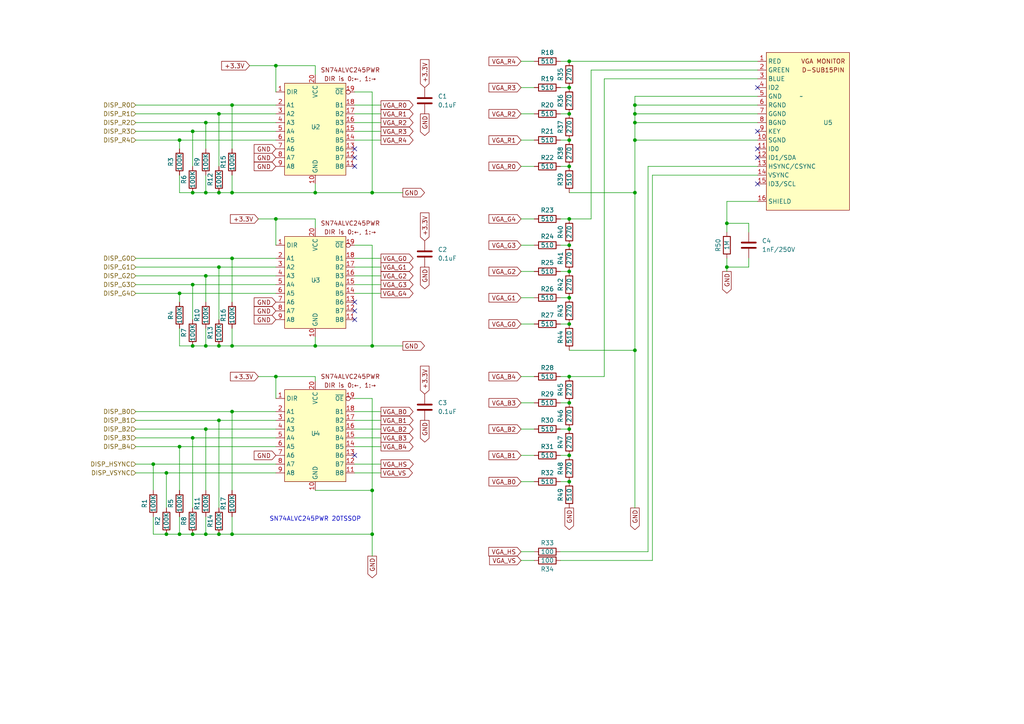
<source format=kicad_sch>
(kicad_sch (version 20250114) (generator "eeschema") (generator_version "9.0")
  (paper "A4")
  (lib_symbols
    (symbol "Device:C" (pin_numbers (hide yes)) (pin_names (offset 0.254))
      (property "Reference" "C" (at 0.635 2.54 0))
      (property "Value" "C" (at 0.635 -2.54 0))
      (symbol "C_0_1"
        (polyline (pts (xy -2.032 0.762) (xy 2.032 0.762)) (stroke (width 0.508)))
        (polyline (pts (xy -2.032 -0.762) (xy 2.032 -0.762)) (stroke (width 0.508)))
      )
      (symbol "C_1_1"
        (pin passive line (at 0 3.81 270) (length 2.794) (name "~") (number "1"))
        (pin passive line (at 0 -3.81 90) (length 2.794) (name "~") (number "2"))
      )
    )
    (symbol "Device:R" (pin_numbers (hide yes)) (pin_names (offset 0))
      (property "Reference" "R" (at 2.032 0 90))
      (property "Value" "R" (at 0 0 90))
      (symbol "R_0_1"
        (rectangle (start -1.016 -2.54) (end 1.016 2.54) (stroke (width 0.254)))
      )
      (symbol "R_1_1"
        (pin passive line (at 0 3.81 270) (length 1.27) (name "~") (number "1"))
        (pin passive line (at 0 -3.81 90) (length 1.27) (name "~") (number "2"))
      )
    )
    (symbol "My_Symbols:SN74ALVC245PWR"
      (property "Reference" "U" (at 0 0 0))
      (symbol "SN74ALVC245PWR_1_1"
        (rectangle (start -8.89 12.7) (end 8.89 -13.97) (fill (type background)))
        (text "SN74ALVC245PWR" (at 10.16 16.51 0) (effects (font (size 1.27 1.27))))
        (text "DIR is 0:←, 1:→" (at 10.16 13.97 0) (effects (font (size 1.27 1.27))))
        (pin input line (at -11.43 10.16 0) (length 2.54) (name "DIR") (number "1"))
        (pin bidirectional line (at -11.43 6.35 0) (length 2.54) (name "A1") (number "2"))
        (pin bidirectional line (at -11.43 3.81 0) (length 2.54) (name "A2") (number "3"))
        (pin bidirectional line (at -11.43 1.27 0) (length 2.54) (name "A3") (number "4"))
        (pin bidirectional line (at -11.43 -1.27 0) (length 2.54) (name "A4") (number "5"))
        (pin bidirectional line (at -11.43 -3.81 0) (length 2.54) (name "A5") (number "6"))
        (pin bidirectional line (at -11.43 -6.35 0) (length 2.54) (name "A6") (number "7"))
        (pin bidirectional line (at -11.43 -8.89 0) (length 2.54) (name "A7") (number "8"))
        (pin bidirectional line (at -11.43 -11.43 0) (length 2.54) (name "A8") (number "9"))
        (pin power_in line (at 0 15.24 270) (length 2.54) (name "VCC") (number "20"))
        (pin power_in line (at 0 -16.51 90) (length 2.54) (name "GND") (number "10"))
        (pin input inverted (at 11.43 10.16 180) (length 2.54) (name "~{OE}") (number "19"))
        (pin bidirectional line (at 11.43 6.35 180) (length 2.54) (name "B1") (number "18"))
        (pin bidirectional line (at 11.43 3.81 180) (length 2.54) (name "B2") (number "17"))
        (pin bidirectional line (at 11.43 1.27 180) (length 2.54) (name "B3") (number "16"))
        (pin bidirectional line (at 11.43 -1.27 180) (length 2.54) (name "B4") (number "15"))
        (pin bidirectional line (at 11.43 -3.81 180) (length 2.54) (name "B5") (number "14"))
        (pin bidirectional line (at 11.43 -6.35 180) (length 2.54) (name "B6") (number "13"))
        (pin bidirectional line (at 11.43 -8.89 180) (length 2.54) (name "B7") (number "12"))
        (pin bidirectional line (at 11.43 -11.43 180) (length 2.54) (name "B8") (number "11"))
      )
    )
    (symbol "My_Symbols:VGA_Connector"
      (property "Reference" "U" (at 0 0 0))
      (symbol "VGA_Connector_1_1"
        (rectangle (start -12.7 20.32) (end 11.43 -25.4) (fill (type background)))
        (text "VGA MONITOR" (at 3.81 17.78 0) (effects (font (size 1.27 1.27))))
        (text "D-SUB15PIN" (at 3.81 15.24 0) (effects (font (size 1.27 1.27))))
        (pin input line (at -15.24 17.78 0) (length 2.54) (name "RED") (number "1"))
        (pin input line (at -15.24 15.24 0) (length 2.54) (name "GREEN") (number "2"))
        (pin input line (at -15.24 12.7 0) (length 2.54) (name "BLUE") (number "3"))
        (pin input line (at -15.24 10.16 0) (length 2.54) (name "ID2") (number "4"))
        (pin input line (at -15.24 7.62 0) (length 2.54) (name "GND") (number "5"))
        (pin input line (at -15.24 5.08 0) (length 2.54) (name "RGND") (number "6"))
        (pin input line (at -15.24 2.54 0) (length 2.54) (name "GGND") (number "7"))
        (pin input line (at -15.24 0 0) (length 2.54) (name "BGND") (number "8"))
        (pin input line (at -15.24 -2.54 0) (length 2.54) (name "KEY") (number "9"))
        (pin input line (at -15.24 -5.08 0) (length 2.54) (name "SGND") (number "10"))
        (pin input line (at -15.24 -7.62 0) (length 2.54) (name "ID0") (number "11"))
        (pin input line (at -15.24 -10.16 0) (length 2.54) (name "ID1/SDA") (number "12"))
        (pin input line (at -15.24 -12.7 0) (length 2.54) (name "HSYNC/CSYNC") (number "13"))
        (pin input line (at -15.24 -15.24 0) (length 2.54) (name "VSYNC") (number "14"))
        (pin input line (at -15.24 -17.78 0) (length 2.54) (name "ID3/SCL") (number "15"))
        (pin input line (at -15.24 -22.86 0) (length 2.54) (name "SHIELD") (number "16"))
      )
    )
  )
  (text "SN74ALVC245PWR 20TSSOP" (at 91.44 150.622 0) (effects (font (size 1.27 1.27))))
  (junction (at 80.01 19.05))
  (junction (at 184.15 35.56))
  (junction (at 184.15 55.88))
  (junction (at 210.82 77.47))
  (junction (at 165.1 63.5))
  (junction (at 165.1 40.64))
  (junction (at 63.5 33.02))
  (junction (at 52.07 40.64))
  (junction (at 165.1 78.74))
  (junction (at 184.15 101.6))
  (junction (at 165.1 33.02))
  (junction (at 165.1 139.7))
  (junction (at 210.82 64.77))
  (junction (at 91.44 100.33))
  (junction (at 52.07 129.54))
  (junction (at 67.31 74.93))
  (junction (at 165.1 17.78))
  (junction (at 165.1 124.46))
  (junction (at 55.88 55.88))
  (junction (at 59.69 35.56))
  (junction (at 55.88 38.1))
  (junction (at 52.07 85.09))
  (junction (at 63.5 77.47))
  (junction (at 165.1 25.4))
  (junction (at 107.95 100.33))
  (junction (at 59.69 100.33))
  (junction (at 55.88 100.33))
  (junction (at 165.1 93.98))
  (junction (at 48.26 137.16))
  (junction (at 184.15 40.64))
  (junction (at 184.15 33.02))
  (junction (at 63.5 100.33))
  (junction (at 48.26 154.94))
  (junction (at 107.95 142.24))
  (junction (at 59.69 55.88))
  (junction (at 107.95 55.88))
  (junction (at 67.31 154.94))
  (junction (at 80.01 109.22))
  (junction (at 67.31 55.88))
  (junction (at 165.1 109.22))
  (junction (at 52.07 154.94))
  (junction (at 80.01 63.5))
  (junction (at 184.15 30.48))
  (junction (at 165.1 48.26))
  (junction (at 55.88 154.94))
  (junction (at 165.1 132.08))
  (junction (at 67.31 119.38))
  (junction (at 107.95 154.94))
  (junction (at 63.5 55.88))
  (junction (at 67.31 100.33))
  (junction (at 59.69 124.46))
  (junction (at 59.69 80.01))
  (junction (at 67.31 30.48))
  (junction (at 55.88 127))
  (junction (at 63.5 121.92))
  (junction (at 63.5 154.94))
  (junction (at 44.45 134.62))
  (junction (at 59.69 154.94))
  (junction (at 165.1 71.12))
  (junction (at 165.1 116.84))
  (junction (at 91.44 55.88))
  (junction (at 55.88 82.55))
  (junction (at 165.1 86.36))
  (no_connect (at 102.87 43.18))
  (no_connect (at 219.71 25.4))
  (no_connect (at 102.87 132.08))
  (no_connect (at 219.71 45.72))
  (no_connect (at 102.87 45.72))
  (no_connect (at 219.71 43.18))
  (no_connect (at 102.87 48.26))
  (no_connect (at 102.87 90.17))
  (no_connect (at 102.87 87.63))
  (no_connect (at 219.71 38.1))
  (no_connect (at 219.71 53.34))
  (no_connect (at 102.87 92.71))
  (wire (pts (xy 110.49 77.47) (xy 102.87 77.47)))
  (wire (pts (xy 151.13 132.08) (xy 154.94 132.08)))
  (wire (pts (xy 162.56 86.36) (xy 165.1 86.36)))
  (wire (pts (xy 162.56 116.84) (xy 165.1 116.84)))
  (wire (pts (xy 67.31 154.94) (xy 107.95 154.94)))
  (wire (pts (xy 39.37 80.01) (xy 59.69 80.01)))
  (wire (pts (xy 63.5 33.02) (xy 80.01 33.02)))
  (wire (pts (xy 80.01 19.05) (xy 72.39 19.05)))
  (wire (pts (xy 107.95 71.12) (xy 107.95 100.33)))
  (wire (pts (xy 107.95 26.67) (xy 107.95 55.88)))
  (wire (pts (xy 59.69 35.56) (xy 59.69 43.18)))
  (wire (pts (xy 102.87 115.57) (xy 107.95 115.57)))
  (wire (pts (xy 219.71 58.42) (xy 210.82 58.42)))
  (wire (pts (xy 151.13 139.7) (xy 154.94 139.7)))
  (wire (pts (xy 67.31 119.38) (xy 80.01 119.38)))
  (wire (pts (xy 162.56 162.56) (xy 189.23 162.56)))
  (wire (pts (xy 39.37 121.92) (xy 63.5 121.92)))
  (wire (pts (xy 48.26 137.16) (xy 48.26 147.32)))
  (wire (pts (xy 151.13 40.64) (xy 154.94 40.64)))
  (wire (pts (xy 162.56 48.26) (xy 165.1 48.26)))
  (wire (pts (xy 48.26 154.94) (xy 52.07 154.94)))
  (wire (pts (xy 219.71 27.94) (xy 184.15 27.94)))
  (wire (pts (xy 110.49 38.1) (xy 102.87 38.1)))
  (wire (pts (xy 63.5 77.47) (xy 80.01 77.47)))
  (wire (pts (xy 162.56 25.4) (xy 165.1 25.4)))
  (wire (pts (xy 107.95 142.24) (xy 107.95 154.94)))
  (wire (pts (xy 55.88 127) (xy 55.88 147.32)))
  (wire (pts (xy 39.37 35.56) (xy 59.69 35.56)))
  (wire (pts (xy 55.88 82.55) (xy 80.01 82.55)))
  (wire (pts (xy 217.17 64.77) (xy 217.17 67.31)))
  (wire (pts (xy 44.45 149.86) (xy 44.45 154.94)))
  (wire (pts (xy 184.15 33.02) (xy 184.15 35.56)))
  (wire (pts (xy 59.69 154.94) (xy 63.5 154.94)))
  (wire (pts (xy 110.49 85.09) (xy 102.87 85.09)))
  (wire (pts (xy 151.13 17.78) (xy 154.94 17.78)))
  (wire (pts (xy 67.31 149.86) (xy 67.31 154.94)))
  (wire (pts (xy 91.44 109.22) (xy 91.44 110.49)))
  (wire (pts (xy 187.96 48.26) (xy 219.71 48.26)))
  (wire (pts (xy 59.69 35.56) (xy 80.01 35.56)))
  (wire (pts (xy 151.13 93.98) (xy 154.94 93.98)))
  (wire (pts (xy 110.49 33.02) (xy 102.87 33.02)))
  (wire (pts (xy 39.37 77.47) (xy 63.5 77.47)))
  (wire (pts (xy 67.31 30.48) (xy 67.31 43.18)))
  (wire (pts (xy 52.07 95.25) (xy 52.07 100.33)))
  (wire (pts (xy 67.31 74.93) (xy 80.01 74.93)))
  (wire (pts (xy 162.56 33.02) (xy 165.1 33.02)))
  (wire (pts (xy 171.45 20.32) (xy 171.45 63.5)))
  (wire (pts (xy 219.71 20.32) (xy 171.45 20.32)))
  (wire (pts (xy 59.69 124.46) (xy 59.69 142.24)))
  (wire (pts (xy 110.49 35.56) (xy 102.87 35.56)))
  (wire (pts (xy 151.13 124.46) (xy 154.94 124.46)))
  (wire (pts (xy 91.44 100.33) (xy 107.95 100.33)))
  (wire (pts (xy 80.01 137.16) (xy 48.26 137.16)))
  (wire (pts (xy 107.95 100.33) (xy 116.84 100.33)))
  (wire (pts (xy 165.1 101.6) (xy 184.15 101.6)))
  (wire (pts (xy 162.56 93.98) (xy 165.1 93.98)))
  (wire (pts (xy 110.49 129.54) (xy 102.87 129.54)))
  (wire (pts (xy 39.37 38.1) (xy 55.88 38.1)))
  (wire (pts (xy 165.1 55.88) (xy 184.15 55.88)))
  (wire (pts (xy 52.07 149.86) (xy 52.07 154.94)))
  (wire (pts (xy 110.49 30.48) (xy 102.87 30.48)))
  (wire (pts (xy 67.31 119.38) (xy 67.31 142.24)))
  (wire (pts (xy 55.88 38.1) (xy 55.88 48.26)))
  (wire (pts (xy 165.1 17.78) (xy 219.71 17.78)))
  (wire (pts (xy 80.01 63.5) (xy 74.93 63.5)))
  (wire (pts (xy 217.17 77.47) (xy 210.82 77.47)))
  (wire (pts (xy 52.07 100.33) (xy 55.88 100.33)))
  (wire (pts (xy 110.49 137.16) (xy 102.87 137.16)))
  (wire (pts (xy 63.5 121.92) (xy 80.01 121.92)))
  (wire (pts (xy 63.5 121.92) (xy 63.5 147.32)))
  (wire (pts (xy 151.13 33.02) (xy 154.94 33.02)))
  (wire (pts (xy 59.69 50.8) (xy 59.69 55.88)))
  (wire (pts (xy 107.95 115.57) (xy 107.95 142.24)))
  (wire (pts (xy 162.56 132.08) (xy 165.1 132.08)))
  (wire (pts (xy 210.82 64.77) (xy 217.17 64.77)))
  (wire (pts (xy 52.07 50.8) (xy 52.07 55.88)))
  (wire (pts (xy 162.56 63.5) (xy 165.1 63.5)))
  (wire (pts (xy 39.37 129.54) (xy 52.07 129.54)))
  (wire (pts (xy 59.69 95.25) (xy 59.69 100.33)))
  (wire (pts (xy 162.56 124.46) (xy 165.1 124.46)))
  (wire (pts (xy 91.44 19.05) (xy 80.01 19.05)))
  (wire (pts (xy 184.15 55.88) (xy 184.15 101.6)))
  (wire (pts (xy 91.44 97.79) (xy 91.44 100.33)))
  (wire (pts (xy 67.31 30.48) (xy 80.01 30.48)))
  (wire (pts (xy 171.45 63.5) (xy 165.1 63.5)))
  (wire (pts (xy 39.37 119.38) (xy 67.31 119.38)))
  (wire (pts (xy 110.49 127) (xy 102.87 127)))
  (wire (pts (xy 59.69 154.94) (xy 55.88 154.94)))
  (wire (pts (xy 151.13 48.26) (xy 154.94 48.26)))
  (wire (pts (xy 91.44 53.34) (xy 91.44 55.88)))
  (wire (pts (xy 67.31 100.33) (xy 91.44 100.33)))
  (wire (pts (xy 110.49 40.64) (xy 102.87 40.64)))
  (wire (pts (xy 189.23 50.8) (xy 219.71 50.8)))
  (wire (pts (xy 107.95 55.88) (xy 116.84 55.88)))
  (wire (pts (xy 80.01 109.22) (xy 91.44 109.22)))
  (wire (pts (xy 59.69 55.88) (xy 55.88 55.88)))
  (wire (pts (xy 63.5 55.88) (xy 67.31 55.88)))
  (wire (pts (xy 151.13 63.5) (xy 154.94 63.5)))
  (wire (pts (xy 151.13 160.02) (xy 154.94 160.02)))
  (wire (pts (xy 210.82 64.77) (xy 210.82 67.31)))
  (wire (pts (xy 63.5 154.94) (xy 67.31 154.94)))
  (wire (pts (xy 59.69 100.33) (xy 63.5 100.33)))
  (wire (pts (xy 102.87 71.12) (xy 107.95 71.12)))
  (wire (pts (xy 39.37 82.55) (xy 55.88 82.55)))
  (wire (pts (xy 55.88 82.55) (xy 55.88 92.71)))
  (wire (pts (xy 80.01 134.62) (xy 44.45 134.62)))
  (wire (pts (xy 91.44 55.88) (xy 107.95 55.88)))
  (wire (pts (xy 52.07 129.54) (xy 80.01 129.54)))
  (wire (pts (xy 162.56 109.22) (xy 165.1 109.22)))
  (wire (pts (xy 80.01 63.5) (xy 80.01 71.12)))
  (wire (pts (xy 59.69 100.33) (xy 55.88 100.33)))
  (wire (pts (xy 210.82 58.42) (xy 210.82 64.77)))
  (wire (pts (xy 219.71 22.86) (xy 175.26 22.86)))
  (wire (pts (xy 39.37 74.93) (xy 67.31 74.93)))
  (wire (pts (xy 175.26 109.22) (xy 165.1 109.22)))
  (wire (pts (xy 151.13 109.22) (xy 154.94 109.22)))
  (wire (pts (xy 210.82 77.47) (xy 210.82 74.93)))
  (wire (pts (xy 184.15 30.48) (xy 184.15 33.02)))
  (wire (pts (xy 80.01 109.22) (xy 80.01 115.57)))
  (wire (pts (xy 63.5 33.02) (xy 63.5 48.26)))
  (wire (pts (xy 217.17 74.93) (xy 217.17 77.47)))
  (wire (pts (xy 52.07 40.64) (xy 80.01 40.64)))
  (wire (pts (xy 63.5 77.47) (xy 63.5 92.71)))
  (wire (pts (xy 184.15 40.64) (xy 184.15 55.88)))
  (wire (pts (xy 52.07 154.94) (xy 55.88 154.94)))
  (wire (pts (xy 39.37 33.02) (xy 63.5 33.02)))
  (wire (pts (xy 52.07 85.09) (xy 80.01 85.09)))
  (wire (pts (xy 151.13 71.12) (xy 154.94 71.12)))
  (wire (pts (xy 162.56 71.12) (xy 165.1 71.12)))
  (wire (pts (xy 59.69 80.01) (xy 80.01 80.01)))
  (wire (pts (xy 110.49 119.38) (xy 102.87 119.38)))
  (wire (pts (xy 175.26 22.86) (xy 175.26 109.22)))
  (wire (pts (xy 110.49 74.93) (xy 102.87 74.93)))
  (wire (pts (xy 39.37 30.48) (xy 67.31 30.48)))
  (wire (pts (xy 102.87 26.67) (xy 107.95 26.67)))
  (wire (pts (xy 110.49 80.01) (xy 102.87 80.01)))
  (wire (pts (xy 52.07 40.64) (xy 52.07 43.18)))
  (wire (pts (xy 187.96 160.02) (xy 187.96 48.26)))
  (wire (pts (xy 162.56 160.02) (xy 187.96 160.02)))
  (wire (pts (xy 184.15 30.48) (xy 219.71 30.48)))
  (wire (pts (xy 67.31 50.8) (xy 67.31 55.88)))
  (wire (pts (xy 63.5 100.33) (xy 67.31 100.33)))
  (wire (pts (xy 55.88 38.1) (xy 80.01 38.1)))
  (wire (pts (xy 151.13 78.74) (xy 154.94 78.74)))
  (wire (pts (xy 39.37 137.16) (xy 48.26 137.16)))
  (wire (pts (xy 55.88 127) (xy 80.01 127)))
  (wire (pts (xy 39.37 40.64) (xy 52.07 40.64)))
  (wire (pts (xy 151.13 162.56) (xy 154.94 162.56)))
  (wire (pts (xy 110.49 134.62) (xy 102.87 134.62)))
  (wire (pts (xy 39.37 127) (xy 55.88 127)))
  (wire (pts (xy 162.56 139.7) (xy 165.1 139.7)))
  (wire (pts (xy 110.49 121.92) (xy 102.87 121.92)))
  (wire (pts (xy 184.15 35.56) (xy 219.71 35.56)))
  (wire (pts (xy 44.45 154.94) (xy 48.26 154.94)))
  (wire (pts (xy 80.01 19.05) (xy 80.01 26.67)))
  (wire (pts (xy 67.31 55.88) (xy 91.44 55.88)))
  (wire (pts (xy 162.56 17.78) (xy 165.1 17.78)))
  (wire (pts (xy 67.31 74.93) (xy 67.31 87.63)))
  (wire (pts (xy 52.07 85.09) (xy 52.07 87.63)))
  (wire (pts (xy 110.49 124.46) (xy 102.87 124.46)))
  (wire (pts (xy 91.44 66.04) (xy 91.44 63.5)))
  (wire (pts (xy 59.69 55.88) (xy 63.5 55.88)))
  (wire (pts (xy 184.15 35.56) (xy 184.15 40.64)))
  (wire (pts (xy 184.15 101.6) (xy 184.15 147.32)))
  (wire (pts (xy 107.95 154.94) (xy 107.95 161.29)))
  (wire (pts (xy 162.56 78.74) (xy 165.1 78.74)))
  (wire (pts (xy 67.31 95.25) (xy 67.31 100.33)))
  (wire (pts (xy 52.07 55.88) (xy 55.88 55.88)))
  (wire (pts (xy 91.44 63.5) (xy 80.01 63.5)))
  (wire (pts (xy 151.13 86.36) (xy 154.94 86.36)))
  (wire (pts (xy 59.69 80.01) (xy 59.69 87.63)))
  (wire (pts (xy 184.15 40.64) (xy 219.71 40.64)))
  (wire (pts (xy 151.13 25.4) (xy 154.94 25.4)))
  (wire (pts (xy 39.37 124.46) (xy 59.69 124.46)))
  (wire (pts (xy 44.45 134.62) (xy 44.45 142.24)))
  (wire (pts (xy 189.23 162.56) (xy 189.23 50.8)))
  (wire (pts (xy 151.13 116.84) (xy 154.94 116.84)))
  (wire (pts (xy 52.07 129.54) (xy 52.07 142.24)))
  (wire (pts (xy 184.15 27.94) (xy 184.15 30.48)))
  (wire (pts (xy 59.69 124.46) (xy 80.01 124.46)))
  (wire (pts (xy 162.56 40.64) (xy 165.1 40.64)))
  (wire (pts (xy 184.15 33.02) (xy 219.71 33.02)))
  (wire (pts (xy 91.44 21.59) (xy 91.44 19.05)))
  (wire (pts (xy 74.93 109.22) (xy 80.01 109.22)))
  (wire (pts (xy 39.37 134.62) (xy 44.45 134.62)))
  (wire (pts (xy 39.37 85.09) (xy 52.07 85.09)))
  (wire (pts (xy 110.49 82.55) (xy 102.87 82.55)))
  (wire (pts (xy 210.82 78.74) (xy 210.82 77.47)))
  (wire (pts (xy 91.44 142.24) (xy 107.95 142.24)))
  (wire (pts (xy 59.69 149.86) (xy 59.69 154.94)))
  (global_label "VGA_B4" (shape input) (at 151.13 109.22 180) (property "Intersheetrefs" "${INTERSHEET_REFS}" (effects (hide yes))))
  (global_label "VGA_G2" (shape input) (at 151.13 78.74 180) (property "Intersheetrefs" "${INTERSHEET_REFS}" (effects (hide yes))))
  (global_label "VGA_R2" (shape output) (at 110.49 35.56 0) (property "Intersheetrefs" "${INTERSHEET_REFS}" (effects (hide yes))))
  (global_label "VGA_G2" (shape output) (at 110.49 80.01 0) (property "Intersheetrefs" "${INTERSHEET_REFS}" (effects (hide yes))))
  (global_label "GND" (shape output) (at 184.15 147.32 270) (property "Intersheetrefs" "${INTERSHEET_REFS}" (effects (hide yes))))
  (global_label "VGA_B2" (shape output) (at 110.49 124.46 0) (property "Intersheetrefs" "${INTERSHEET_REFS}" (effects (hide yes))))
  (global_label "GND" (shape output) (at 165.1 147.32 270) (property "Intersheetrefs" "${INTERSHEET_REFS}" (effects (hide yes))))
  (global_label "GND" (shape input) (at 80.01 87.63 180) (property "Intersheetrefs" "${INTERSHEET_REFS}" (effects (hide yes))))
  (global_label "GND" (shape input) (at 80.01 90.17 180) (property "Intersheetrefs" "${INTERSHEET_REFS}" (effects (hide yes))))
  (global_label "VGA_G3" (shape output) (at 110.49 82.55 0) (property "Intersheetrefs" "${INTERSHEET_REFS}" (effects (hide yes))))
  (global_label "VGA_R2" (shape input) (at 151.13 33.02 180) (property "Intersheetrefs" "${INTERSHEET_REFS}" (effects (hide yes))))
  (global_label "+3.3V" (shape input) (at 72.39 19.05 180) (property "Intersheetrefs" "${INTERSHEET_REFS}" (effects (hide yes))))
  (global_label "VGA_B4" (shape output) (at 110.49 129.54 0) (property "Intersheetrefs" "${INTERSHEET_REFS}" (effects (hide yes))))
  (global_label "VGA_R1" (shape input) (at 151.13 40.64 180) (property "Intersheetrefs" "${INTERSHEET_REFS}" (effects (hide yes))))
  (global_label "GND" (shape output) (at 116.84 55.88 0) (property "Intersheetrefs" "${INTERSHEET_REFS}" (effects (hide yes))))
  (global_label "VGA_B0" (shape output) (at 110.49 119.38 0) (property "Intersheetrefs" "${INTERSHEET_REFS}" (effects (hide yes))))
  (global_label "GND" (shape output) (at 107.95 161.29 270) (property "Intersheetrefs" "${INTERSHEET_REFS}" (effects (hide yes))))
  (global_label "+3.3V" (shape input) (at 123.19 114.3 90) (property "Intersheetrefs" "${INTERSHEET_REFS}" (effects (hide yes))))
  (global_label "+3.3V" (shape input) (at 74.93 109.22 180) (property "Intersheetrefs" "${INTERSHEET_REFS}" (effects (hide yes))))
  (global_label "VGA_R0" (shape input) (at 151.13 48.26 180) (property "Intersheetrefs" "${INTERSHEET_REFS}" (effects (hide yes))))
  (global_label "GND" (shape input) (at 80.01 48.26 180) (property "Intersheetrefs" "${INTERSHEET_REFS}" (effects (hide yes))))
  (global_label "VGA_B2" (shape input) (at 151.13 124.46 180) (property "Intersheetrefs" "${INTERSHEET_REFS}" (effects (hide yes))))
  (global_label "VGA_VS" (shape output) (at 110.49 137.16 0) (property "Intersheetrefs" "${INTERSHEET_REFS}" (effects (hide yes))))
  (global_label "VGA_R4" (shape output) (at 110.49 40.64 0) (property "Intersheetrefs" "${INTERSHEET_REFS}" (effects (hide yes))))
  (global_label "VGA_B3" (shape output) (at 110.49 127 0) (property "Intersheetrefs" "${INTERSHEET_REFS}" (effects (hide yes))))
  (global_label "VGA_G1" (shape output) (at 110.49 77.47 0) (property "Intersheetrefs" "${INTERSHEET_REFS}" (effects (hide yes))))
  (global_label "+3.3V" (shape input) (at 123.19 25.4 90) (property "Intersheetrefs" "${INTERSHEET_REFS}" (effects (hide yes))))
  (global_label "VGA_VS" (shape input) (at 151.13 162.56 180) (property "Intersheetrefs" "${INTERSHEET_REFS}" (effects (hide yes))))
  (global_label "+3.3V" (shape input) (at 74.93 63.5 180) (property "Intersheetrefs" "${INTERSHEET_REFS}" (effects (hide yes))))
  (global_label "VGA_B1" (shape input) (at 151.13 132.08 180) (property "Intersheetrefs" "${INTERSHEET_REFS}" (effects (hide yes))))
  (global_label "VGA_R3" (shape output) (at 110.49 38.1 0) (property "Intersheetrefs" "${INTERSHEET_REFS}" (effects (hide yes))))
  (global_label "VGA_B0" (shape input) (at 151.13 139.7 180) (property "Intersheetrefs" "${INTERSHEET_REFS}" (effects (hide yes))))
  (global_label "VGA_R0" (shape output) (at 110.49 30.48 0) (property "Intersheetrefs" "${INTERSHEET_REFS}" (effects (hide yes))))
  (global_label "VGA_HS" (shape output) (at 110.49 134.62 0) (property "Intersheetrefs" "${INTERSHEET_REFS}" (effects (hide yes))))
  (global_label "VGA_G4" (shape output) (at 110.49 85.09 0) (property "Intersheetrefs" "${INTERSHEET_REFS}" (effects (hide yes))))
  (global_label "GND" (shape input) (at 80.01 132.08 180) (property "Intersheetrefs" "${INTERSHEET_REFS}" (effects (hide yes))))
  (global_label "VGA_G1" (shape input) (at 151.13 86.36 180) (property "Intersheetrefs" "${INTERSHEET_REFS}" (effects (hide yes))))
  (global_label "GND" (shape input) (at 80.01 92.71 180) (property "Intersheetrefs" "${INTERSHEET_REFS}" (effects (hide yes))))
  (global_label "GND" (shape input) (at 80.01 43.18 180) (property "Intersheetrefs" "${INTERSHEET_REFS}" (effects (hide yes))))
  (global_label "VGA_R4" (shape input) (at 151.13 17.78 180) (property "Intersheetrefs" "${INTERSHEET_REFS}" (effects (hide yes))))
  (global_label "VGA_B1" (shape output) (at 110.49 121.92 0) (property "Intersheetrefs" "${INTERSHEET_REFS}" (effects (hide yes))))
  (global_label "GND" (shape output) (at 123.19 33.02 270) (property "Intersheetrefs" "${INTERSHEET_REFS}" (effects (hide yes))))
  (global_label "GND" (shape output) (at 210.82 78.74 270) (property "Intersheetrefs" "${INTERSHEET_REFS}" (effects (hide yes))))
  (global_label "VGA_B3" (shape input) (at 151.13 116.84 180) (property "Intersheetrefs" "${INTERSHEET_REFS}" (effects (hide yes))))
  (global_label "VGA_HS" (shape input) (at 151.13 160.02 180) (property "Intersheetrefs" "${INTERSHEET_REFS}" (effects (hide yes))))
  (global_label "VGA_G0" (shape input) (at 151.13 93.98 180) (property "Intersheetrefs" "${INTERSHEET_REFS}" (effects (hide yes))))
  (global_label "GND" (shape output) (at 123.19 121.92 270) (property "Intersheetrefs" "${INTERSHEET_REFS}" (effects (hide yes))))
  (global_label "VGA_G0" (shape output) (at 110.49 74.93 0) (property "Intersheetrefs" "${INTERSHEET_REFS}" (effects (hide yes))))
  (global_label "VGA_R3" (shape input) (at 151.13 25.4 180) (property "Intersheetrefs" "${INTERSHEET_REFS}" (effects (hide yes))))
  (global_label "VGA_R1" (shape output) (at 110.49 33.02 0) (property "Intersheetrefs" "${INTERSHEET_REFS}" (effects (hide yes))))
  (global_label "VGA_G3" (shape input) (at 151.13 71.12 180) (property "Intersheetrefs" "${INTERSHEET_REFS}" (effects (hide yes))))
  (global_label "GND" (shape input) (at 80.01 45.72 180) (property "Intersheetrefs" "${INTERSHEET_REFS}" (effects (hide yes))))
  (global_label "VGA_G4" (shape input) (at 151.13 63.5 180) (property "Intersheetrefs" "${INTERSHEET_REFS}" (effects (hide yes))))
  (global_label "GND" (shape output) (at 123.19 77.47 270) (property "Intersheetrefs" "${INTERSHEET_REFS}" (effects (hide yes))))
  (global_label "+3.3V" (shape input) (at 123.19 69.85 90) (property "Intersheetrefs" "${INTERSHEET_REFS}" (effects (hide yes))))
  (global_label "GND" (shape output) (at 116.84 100.33 0) (property "Intersheetrefs" "${INTERSHEET_REFS}" (effects (hide yes))))
  (hierarchical_label "DISP_B0" (shape input) (at 39.37 119.38 180))
  (hierarchical_label "DISP_G0" (shape input) (at 39.37 74.93 180))
  (hierarchical_label "DISP_VSYNC" (shape input) (at 39.37 137.16 180))
  (hierarchical_label "DISP_G3" (shape input) (at 39.37 82.55 180))
  (hierarchical_label "DISP_G2" (shape input) (at 39.37 80.01 180))
  (hierarchical_label "DISP_R4" (shape input) (at 39.37 40.64 180))
  (hierarchical_label "DISP_B4" (shape input) (at 39.37 129.54 180))
  (hierarchical_label "DISP_G4" (shape input) (at 39.37 85.09 180))
  (hierarchical_label "DISP_R1" (shape input) (at 39.37 33.02 180))
  (hierarchical_label "DISP_R3" (shape input) (at 39.37 38.1 180))
  (hierarchical_label "DISP_HSYNC" (shape input) (at 39.37 134.62 180))
  (hierarchical_label "DISP_R0" (shape input) (at 39.37 30.48 180))
  (hierarchical_label "DISP_B1" (shape input) (at 39.37 121.92 180))
  (hierarchical_label "DISP_B3" (shape input) (at 39.37 127 180))
  (hierarchical_label "DISP_B2" (shape input) (at 39.37 124.46 180))
  (hierarchical_label "DISP_G1" (shape input) (at 39.37 77.47 180))
  (hierarchical_label "DISP_R2" (shape input) (at 39.37 35.56 180))
  (symbol (lib_id "Device:R") (at 48.26 151.13 180) (unit 1)
    (property "Reference" "R2" (at 45.72 151.13 90))
    (property "Value" "100K" (at 48.26 151.13 90))
    (property "Footprint" "Resistor_SMD:R_0805_2012Metric_Pad1.20x1.40mm_HandSolder" (effects (hide yes)))
  )
  (symbol (lib_id "Device:R") (at 165.1 21.59 180) (unit 1)
    (property "Reference" "R35" (at 162.56 21.59 90))
    (property "Value" "270" (at 165.1 21.59 90))
    (property "Footprint" "Resistor_SMD:R_0805_2012Metric_Pad1.20x1.40mm_HandSolder" (effects (hide yes)))
  )
  (symbol (lib_id "Device:R") (at 165.1 74.93 180) (unit 1)
    (property "Reference" "R41" (at 162.56 74.93 90))
    (property "Value" "270" (at 165.1 74.93 90))
    (property "Footprint" "Resistor_SMD:R_0805_2012Metric_Pad1.20x1.40mm_HandSolder" (effects (hide yes)))
  )
  (symbol (lib_id "Device:R") (at 165.1 143.51 180) (unit 1)
    (property "Reference" "R49" (at 162.56 143.51 90))
    (property "Value" "510" (at 165.1 143.51 90))
    (property "Footprint" "Resistor_SMD:R_0805_2012Metric_Pad1.20x1.40mm_HandSolder" (effects (hide yes)))
  )
  (symbol (lib_id "Device:R") (at 63.5 151.13 180) (unit 1)
    (property "Reference" "R14" (at 60.96 151.13 90))
    (property "Value" "100K" (at 63.5 151.13 90))
    (property "Footprint" "Resistor_SMD:R_0805_2012Metric_Pad1.20x1.40mm_HandSolder" (effects (hide yes)))
  )
  (symbol (lib_id "My_Symbols:SN74ALVC245PWR") (at 91.44 36.83 0) (unit 1)
    (property "Reference" "U2" (at 90.17 36.83 0) (effects (justify left)))
    (property "Value" "~" (at 91.44 36.83 0))
    (property "Footprint" "Package_SO:TSSOP-20_4.4x6.5mm_P0.65mm" (effects (hide yes)))
  )
  (symbol (lib_id "Device:R") (at 52.07 146.05 180) (unit 1)
    (property "Reference" "R5" (at 49.53 146.05 90))
    (property "Value" "100K" (at 52.07 146.05 90))
    (property "Footprint" "Resistor_SMD:R_0805_2012Metric_Pad1.20x1.40mm_HandSolder" (effects (hide yes)))
  )
  (symbol (lib_id "Device:R") (at 158.75 17.78 90) (unit 1)
    (property "Reference" "R18" (at 158.75 15.24 90))
    (property "Value" "510" (at 158.75 17.78 90))
    (property "Footprint" "Resistor_SMD:R_0805_2012Metric_Pad1.20x1.40mm_HandSolder" (effects (hide yes)))
  )
  (symbol (lib_id "Device:R") (at 158.75 93.98 90) (unit 1)
    (property "Reference" "R27" (at 158.75 91.44 90))
    (property "Value" "510" (at 158.75 93.98 90))
    (property "Footprint" "Resistor_SMD:R_0805_2012Metric_Pad1.20x1.40mm_HandSolder" (effects (hide yes)))
  )
  (symbol (lib_id "Device:R") (at 158.75 160.02 90) (unit 1)
    (property "Reference" "R33" (at 158.75 157.48 90))
    (property "Value" "100" (at 158.75 160.02 90))
    (property "Footprint" "Resistor_SMD:R_0805_2012Metric_Pad1.20x1.40mm_HandSolder" (effects (hide yes)))
  )
  (symbol (lib_id "Device:R") (at 158.75 86.36 90) (unit 1)
    (property "Reference" "R26" (at 158.75 83.82 90))
    (property "Value" "510" (at 158.75 86.36 90))
    (property "Footprint" "Resistor_SMD:R_0805_2012Metric_Pad1.20x1.40mm_HandSolder" (effects (hide yes)))
  )
  (symbol (lib_id "Device:R") (at 165.1 67.31 180) (unit 1)
    (property "Reference" "R40" (at 162.56 67.31 90))
    (property "Value" "270" (at 165.1 67.31 90))
    (property "Footprint" "Resistor_SMD:R_0805_2012Metric_Pad1.20x1.40mm_HandSolder" (effects (hide yes)))
  )
  (symbol (lib_id "Device:R") (at 158.75 63.5 90) (unit 1)
    (property "Reference" "R23" (at 158.75 60.96 90))
    (property "Value" "510" (at 158.75 63.5 90))
    (property "Footprint" "Resistor_SMD:R_0805_2012Metric_Pad1.20x1.40mm_HandSolder" (effects (hide yes)))
  )
  (symbol (lib_id "Device:R") (at 44.45 146.05 180) (unit 1)
    (property "Reference" "R1" (at 41.91 146.05 90))
    (property "Value" "100K" (at 44.45 146.05 90))
    (property "Footprint" "Resistor_SMD:R_0805_2012Metric_Pad1.20x1.40mm_HandSolder" (effects (hide yes)))
  )
  (symbol (lib_id "Device:R") (at 165.1 44.45 180) (unit 1)
    (property "Reference" "R38" (at 162.56 44.45 90))
    (property "Value" "270" (at 165.1 44.45 90))
    (property "Footprint" "Resistor_SMD:R_0805_2012Metric_Pad1.20x1.40mm_HandSolder" (effects (hide yes)))
  )
  (symbol (lib_id "Device:R") (at 59.69 91.44 180) (unit 1)
    (property "Reference" "R10" (at 57.15 91.44 90))
    (property "Value" "100K" (at 59.69 91.44 90))
    (property "Footprint" "Resistor_SMD:R_0805_2012Metric_Pad1.20x1.40mm_HandSolder" (effects (hide yes)))
  )
  (symbol (lib_id "Device:R") (at 210.82 71.12 180) (unit 1)
    (property "Reference" "R50" (at 208.28 71.12 90))
    (property "Value" "1M" (at 210.82 71.12 90))
    (property "Footprint" "Resistor_SMD:R_0805_2012Metric_Pad1.20x1.40mm_HandSolder" (effects (hide yes)))
  )
  (symbol (lib_id "Device:R") (at 67.31 91.44 180) (unit 1)
    (property "Reference" "R16" (at 64.77 91.44 90))
    (property "Value" "100K" (at 67.31 91.44 90))
    (property "Footprint" "Resistor_SMD:R_0805_2012Metric_Pad1.20x1.40mm_HandSolder" (effects (hide yes)))
  )
  (symbol (lib_id "My_Symbols:VGA_Connector") (at 234.95 35.56 0) (unit 1)
    (property "Reference" "U5" (at 238.76 35.56 0) (effects (justify left)))
    (property "Value" "~" (at 232.41 27.94 0))
    (property "Footprint" "0-My_Parts:VGA 15pin" (effects (hide yes)))
  )
  (symbol (lib_id "Device:R") (at 67.31 46.99 180) (unit 1)
    (property "Reference" "R15" (at 64.77 46.99 90))
    (property "Value" "100K" (at 67.31 46.99 90))
    (property "Footprint" "Resistor_SMD:R_0805_2012Metric_Pad1.20x1.40mm_HandSolder" (effects (hide yes)))
  )
  (symbol (lib_id "Device:R") (at 165.1 135.89 180) (unit 1)
    (property "Reference" "R48" (at 162.56 135.89 90))
    (property "Value" "270" (at 165.1 135.89 90))
    (property "Footprint" "Resistor_SMD:R_0805_2012Metric_Pad1.20x1.40mm_HandSolder" (effects (hide yes)))
  )
  (symbol (lib_id "Device:R") (at 158.75 33.02 90) (unit 1)
    (property "Reference" "R20" (at 158.75 30.48 90))
    (property "Value" "510" (at 158.75 33.02 90))
    (property "Footprint" "Resistor_SMD:R_0805_2012Metric_Pad1.20x1.40mm_HandSolder" (effects (hide yes)))
  )
  (symbol (lib_id "Device:R") (at 67.31 146.05 180) (unit 1)
    (property "Reference" "R17" (at 64.77 146.05 90))
    (property "Value" "100K" (at 67.31 146.05 90))
    (property "Footprint" "Resistor_SMD:R_0805_2012Metric_Pad1.20x1.40mm_HandSolder" (effects (hide yes)))
  )
  (symbol (lib_id "Device:C") (at 123.19 29.21 0) (unit 1)
    (property "Reference" "C1" (at 127 27.9399 0) (effects (justify left)))
    (property "Value" "0.1uF" (at 127 30.4799 0) (effects (justify left)))
    (property "Footprint" "Capacitor_SMD:C_0805_2012Metric_Pad1.18x1.45mm_HandSolder" (effects (hide yes)))
  )
  (symbol (lib_id "Device:R") (at 55.88 96.52 180) (unit 1)
    (property "Reference" "R7" (at 53.34 96.52 90))
    (property "Value" "100K" (at 55.88 96.52 90))
    (property "Footprint" "Resistor_SMD:R_0805_2012Metric_Pad1.20x1.40mm_HandSolder" (effects (hide yes)))
  )
  (symbol (lib_id "My_Symbols:SN74ALVC245PWR") (at 91.44 81.28 0) (unit 1)
    (property "Reference" "U3" (at 90.17 81.28 0) (effects (justify left)))
    (property "Value" "~" (at 91.44 81.28 0))
    (property "Footprint" "Package_SO:TSSOP-20_4.4x6.5mm_P0.65mm" (effects (hide yes)))
  )
  (symbol (lib_id "Device:C") (at 123.19 73.66 0) (unit 1)
    (property "Reference" "C2" (at 127 72.3899 0) (effects (justify left)))
    (property "Value" "0.1uF" (at 127 74.9299 0) (effects (justify left)))
    (property "Footprint" "Capacitor_SMD:C_0805_2012Metric_Pad1.18x1.45mm_HandSolder" (effects (hide yes)))
  )
  (symbol (lib_id "Device:R") (at 165.1 90.17 180) (unit 1)
    (property "Reference" "R43" (at 162.56 90.17 90))
    (property "Value" "270" (at 165.1 90.17 90))
    (property "Footprint" "Resistor_SMD:R_0805_2012Metric_Pad1.20x1.40mm_HandSolder" (effects (hide yes)))
  )
  (symbol (lib_id "Device:R") (at 52.07 91.44 180) (unit 1)
    (property "Reference" "R4" (at 49.53 91.44 90))
    (property "Value" "100K" (at 52.07 91.44 90))
    (property "Footprint" "Resistor_SMD:R_0805_2012Metric_Pad1.20x1.40mm_HandSolder" (effects (hide yes)))
  )
  (symbol (lib_id "Device:R") (at 165.1 113.03 180) (unit 1)
    (property "Reference" "R45" (at 162.56 113.03 90))
    (property "Value" "270" (at 165.1 113.03 90))
    (property "Footprint" "Resistor_SMD:R_0805_2012Metric_Pad1.20x1.40mm_HandSolder" (effects (hide yes)))
  )
  (symbol (lib_id "Device:R") (at 158.75 25.4 90) (unit 1)
    (property "Reference" "R19" (at 158.75 22.86 90))
    (property "Value" "510" (at 158.75 25.4 90))
    (property "Footprint" "Resistor_SMD:R_0805_2012Metric_Pad1.20x1.40mm_HandSolder" (effects (hide yes)))
  )
  (symbol (lib_id "Device:R") (at 63.5 52.07 180) (unit 1)
    (property "Reference" "R12" (at 60.96 52.07 90))
    (property "Value" "100K" (at 63.5 52.07 90))
    (property "Footprint" "Resistor_SMD:R_0805_2012Metric_Pad1.20x1.40mm_HandSolder" (effects (hide yes)))
  )
  (symbol (lib_id "Device:R") (at 158.75 116.84 90) (unit 1)
    (property "Reference" "R29" (at 158.75 114.3 90))
    (property "Value" "510" (at 158.75 116.84 90))
    (property "Footprint" "Resistor_SMD:R_0805_2012Metric_Pad1.20x1.40mm_HandSolder" (effects (hide yes)))
  )
  (symbol (lib_id "Device:R") (at 158.75 71.12 90) (unit 1)
    (property "Reference" "R24" (at 158.75 68.58 90))
    (property "Value" "510" (at 158.75 71.12 90))
    (property "Footprint" "Resistor_SMD:R_0805_2012Metric_Pad1.20x1.40mm_HandSolder" (effects (hide yes)))
  )
  (symbol (lib_id "Device:R") (at 158.75 124.46 90) (unit 1)
    (property "Reference" "R30" (at 158.75 121.92 90))
    (property "Value" "510" (at 158.75 124.46 90))
    (property "Footprint" "Resistor_SMD:R_0805_2012Metric_Pad1.20x1.40mm_HandSolder" (effects (hide yes)))
  )
  (symbol (lib_id "Device:R") (at 165.1 52.07 180) (unit 1)
    (property "Reference" "R39" (at 162.56 52.07 90))
    (property "Value" "510" (at 165.1 52.07 90))
    (property "Footprint" "Resistor_SMD:R_0805_2012Metric_Pad1.20x1.40mm_HandSolder" (effects (hide yes)))
  )
  (symbol (lib_id "Device:R") (at 165.1 29.21 180) (unit 1)
    (property "Reference" "R36" (at 162.56 29.21 90))
    (property "Value" "270" (at 165.1 29.21 90))
    (property "Footprint" "Resistor_SMD:R_0805_2012Metric_Pad1.20x1.40mm_HandSolder" (effects (hide yes)))
  )
  (symbol (lib_id "Device:R") (at 158.75 109.22 90) (unit 1)
    (property "Reference" "R28" (at 158.75 106.68 90))
    (property "Value" "510" (at 158.75 109.22 90))
    (property "Footprint" "Resistor_SMD:R_0805_2012Metric_Pad1.20x1.40mm_HandSolder" (effects (hide yes)))
  )
  (symbol (lib_id "Device:R") (at 165.1 36.83 180) (unit 1)
    (property "Reference" "R37" (at 162.56 36.83 90))
    (property "Value" "270" (at 165.1 36.83 90))
    (property "Footprint" "Resistor_SMD:R_0805_2012Metric_Pad1.20x1.40mm_HandSolder" (effects (hide yes)))
  )
  (symbol (lib_id "Device:R") (at 59.69 146.05 180) (unit 1)
    (property "Reference" "R11" (at 57.15 146.05 90))
    (property "Value" "100K" (at 59.69 146.05 90))
    (property "Footprint" "Resistor_SMD:R_0805_2012Metric_Pad1.20x1.40mm_HandSolder" (effects (hide yes)))
  )
  (symbol (lib_id "Device:R") (at 52.07 46.99 180) (unit 1)
    (property "Reference" "R3" (at 49.53 46.99 90))
    (property "Value" "100K" (at 52.07 46.99 90))
    (property "Footprint" "Resistor_SMD:R_0805_2012Metric_Pad1.20x1.40mm_HandSolder" (effects (hide yes)))
  )
  (symbol (lib_id "Device:R") (at 165.1 82.55 180) (unit 1)
    (property "Reference" "R42" (at 162.56 82.55 90))
    (property "Value" "270" (at 165.1 82.55 90))
    (property "Footprint" "Resistor_SMD:R_0805_2012Metric_Pad1.20x1.40mm_HandSolder" (effects (hide yes)))
  )
  (symbol (lib_id "Device:R") (at 158.75 78.74 90) (unit 1)
    (property "Reference" "R25" (at 158.75 76.2 90))
    (property "Value" "510" (at 158.75 78.74 90))
    (property "Footprint" "Resistor_SMD:R_0805_2012Metric_Pad1.20x1.40mm_HandSolder" (effects (hide yes)))
  )
  (symbol (lib_id "Device:R") (at 59.69 46.99 180) (unit 1)
    (property "Reference" "R9" (at 57.15 46.99 90))
    (property "Value" "100K" (at 59.69 46.99 90))
    (property "Footprint" "Resistor_SMD:R_0805_2012Metric_Pad1.20x1.40mm_HandSolder" (effects (hide yes)))
  )
  (symbol (lib_id "Device:C") (at 217.17 71.12 0) (unit 1)
    (property "Reference" "C4" (at 220.98 69.85 0) (effects (justify left)))
    (property "Value" "1nF/250V" (at 220.98 72.39 0) (effects (justify left)))
    (property "Footprint" "Capacitor_SMD:C_0805_2012Metric_Pad1.18x1.45mm_HandSolder" (effects (hide yes)))
  )
  (symbol (lib_id "Device:R") (at 158.75 139.7 90) (unit 1)
    (property "Reference" "R32" (at 158.75 137.16 90))
    (property "Value" "510" (at 158.75 139.7 90))
    (property "Footprint" "Resistor_SMD:R_0805_2012Metric_Pad1.20x1.40mm_HandSolder" (effects (hide yes)))
  )
  (symbol (lib_id "Device:R") (at 158.75 162.56 90) (unit 1)
    (property "Reference" "R34" (at 158.75 165.1 90))
    (property "Value" "100" (at 158.75 162.56 90))
    (property "Footprint" "Resistor_SMD:R_0805_2012Metric_Pad1.20x1.40mm_HandSolder" (effects (hide yes)))
  )
  (symbol (lib_id "Device:R") (at 158.75 48.26 90) (unit 1)
    (property "Reference" "R22" (at 158.75 45.72 90))
    (property "Value" "510" (at 158.75 48.26 90))
    (property "Footprint" "Resistor_SMD:R_0805_2012Metric_Pad1.20x1.40mm_HandSolder" (effects (hide yes)))
  )
  (symbol (lib_id "Device:R") (at 63.5 96.52 180) (unit 1)
    (property "Reference" "R13" (at 60.96 96.52 90))
    (property "Value" "100K" (at 63.5 96.52 90))
    (property "Footprint" "Resistor_SMD:R_0805_2012Metric_Pad1.20x1.40mm_HandSolder" (effects (hide yes)))
  )
  (symbol (lib_id "Device:R") (at 55.88 52.07 180) (unit 1)
    (property "Reference" "R6" (at 53.34 52.07 90))
    (property "Value" "100K" (at 55.88 52.07 90))
    (property "Footprint" "Resistor_SMD:R_0805_2012Metric_Pad1.20x1.40mm_HandSolder" (effects (hide yes)))
  )
  (symbol (lib_id "Device:R") (at 165.1 128.27 180) (unit 1)
    (property "Reference" "R47" (at 162.56 128.27 90))
    (property "Value" "270" (at 165.1 128.27 90))
    (property "Footprint" "Resistor_SMD:R_0805_2012Metric_Pad1.20x1.40mm_HandSolder" (effects (hide yes)))
  )
  (symbol (lib_id "Device:R") (at 165.1 120.65 180) (unit 1)
    (property "Reference" "R46" (at 162.56 120.65 90))
    (property "Value" "270" (at 165.1 120.65 90))
    (property "Footprint" "Resistor_SMD:R_0805_2012Metric_Pad1.20x1.40mm_HandSolder" (effects (hide yes)))
  )
  (symbol (lib_id "My_Symbols:SN74ALVC245PWR") (at 91.44 125.73 0) (unit 1)
    (property "Reference" "U4" (at 90.17 125.73 0) (effects (justify left)))
    (property "Value" "~" (at 91.44 125.73 0))
    (property "Footprint" "Package_SO:TSSOP-20_4.4x6.5mm_P0.65mm" (effects (hide yes)))
  )
  (symbol (lib_id "Device:R") (at 158.75 40.64 90) (unit 1)
    (property "Reference" "R21" (at 158.75 38.1 90))
    (property "Value" "510" (at 158.75 40.64 90))
    (property "Footprint" "Resistor_SMD:R_0805_2012Metric_Pad1.20x1.40mm_HandSolder" (effects (hide yes)))
  )
  (symbol (lib_id "Device:R") (at 158.75 132.08 90) (unit 1)
    (property "Reference" "R31" (at 158.75 129.54 90))
    (property "Value" "510" (at 158.75 132.08 90))
    (property "Footprint" "Resistor_SMD:R_0805_2012Metric_Pad1.20x1.40mm_HandSolder" (effects (hide yes)))
  )
  (symbol (lib_id "Device:C") (at 123.19 118.11 0) (unit 1)
    (property "Reference" "C3" (at 127 116.8399 0) (effects (justify left)))
    (property "Value" "0.1uF" (at 127 119.3799 0) (effects (justify left)))
    (property "Footprint" "Capacitor_SMD:C_0805_2012Metric_Pad1.18x1.45mm_HandSolder" (effects (hide yes)))
  )
  (symbol (lib_id "Device:R") (at 165.1 97.79 180) (unit 1)
    (property "Reference" "R44" (at 162.56 97.79 90))
    (property "Value" "510" (at 165.1 97.79 90))
    (property "Footprint" "Resistor_SMD:R_0805_2012Metric_Pad1.20x1.40mm_HandSolder" (effects (hide yes)))
  )
  (symbol (lib_id "Device:R") (at 55.88 151.13 180) (unit 1)
    (property "Reference" "R8" (at 53.34 151.13 90))
    (property "Value" "100K" (at 55.88 151.13 90))
    (property "Footprint" "Resistor_SMD:R_0805_2012Metric_Pad1.20x1.40mm_HandSolder" (effects (hide yes)))
  )
)
</source>
